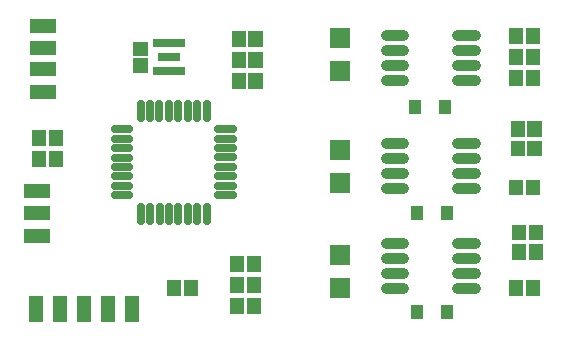
<source format=gbs>
G04 Layer: BottomSolderMaskLayer*
G04 EasyEDA v6.2.44, 2019-10-11T09:46:47+02:00*
G04 b694c453db3c4fbcb19a449f5af86211,674c0623d3a246009f606e19fc16e94a,10*
G04 Gerber Generator version 0.2*
G04 Scale: 100 percent, Rotated: No, Reflected: No *
G04 Dimensions in millimeters *
G04 leading zeros omitted , absolute positions ,4 integer and 3 decimal *
%FSLAX43Y43*%
%MOMM*%
G90*
G71D02*

%ADD50R,1.803400X1.803400*%
%ADD55C,0.653212*%
%ADD56C,0.903199*%

%LPD*%
G54D55*
G01X8874Y16891D02*
G01X10074Y16891D01*
G01X8874Y16090D02*
G01X10074Y16090D01*
G01X8874Y15290D02*
G01X10074Y15290D01*
G01X8874Y14490D02*
G01X10074Y14490D01*
G01X8874Y13693D02*
G01X10074Y13693D01*
G01X8874Y12893D02*
G01X10074Y12893D01*
G01X8874Y12092D02*
G01X10074Y12092D01*
G01X8874Y11292D02*
G01X10074Y11292D01*
G01X11049Y10328D02*
G01X11049Y9128D01*
G01X11849Y10328D02*
G01X11849Y9128D01*
G01X12649Y10328D02*
G01X12649Y9128D01*
G01X13449Y10328D02*
G01X13449Y9128D01*
G01X14246Y10328D02*
G01X14246Y9128D01*
G01X15046Y10328D02*
G01X15046Y9128D01*
G01X15847Y10328D02*
G01X15847Y9128D01*
G01X16647Y10328D02*
G01X16647Y9128D01*
G01X17637Y11303D02*
G01X18837Y11303D01*
G01X17637Y12103D02*
G01X18837Y12103D01*
G01X17637Y12903D02*
G01X18837Y12903D01*
G01X17637Y13703D02*
G01X18837Y13703D01*
G01X17637Y14500D02*
G01X18837Y14500D01*
G01X17637Y15300D02*
G01X18837Y15300D01*
G01X17637Y16101D02*
G01X18837Y16101D01*
G01X17637Y16901D02*
G01X18837Y16901D01*
G01X16637Y19065D02*
G01X16637Y17865D01*
G01X15836Y19065D02*
G01X15836Y17865D01*
G01X15036Y19065D02*
G01X15036Y17865D01*
G01X14236Y19065D02*
G01X14236Y17865D01*
G01X13439Y19065D02*
G01X13439Y17865D01*
G01X12639Y19065D02*
G01X12639Y17865D01*
G01X11838Y19065D02*
G01X11838Y17865D01*
G01X11038Y19065D02*
G01X11038Y17865D01*
G54D56*
G01X31787Y3429D02*
G01X33287Y3429D01*
G01X31787Y4699D02*
G01X33287Y4699D01*
G01X31787Y5969D02*
G01X33287Y5969D01*
G01X31787Y7239D02*
G01X33287Y7239D01*
G01X37832Y3429D02*
G01X39332Y3429D01*
G01X37832Y4699D02*
G01X39332Y4699D01*
G01X37832Y5969D02*
G01X39332Y5969D01*
G01X37832Y7239D02*
G01X39332Y7239D01*
G01X31787Y21082D02*
G01X33287Y21082D01*
G01X31787Y22352D02*
G01X33287Y22352D01*
G01X31787Y23622D02*
G01X33287Y23622D01*
G01X31787Y24892D02*
G01X33287Y24892D01*
G01X37832Y21082D02*
G01X39332Y21082D01*
G01X37832Y22352D02*
G01X39332Y22352D01*
G01X37832Y23622D02*
G01X39332Y23622D01*
G01X37832Y24892D02*
G01X39332Y24892D01*
G01X31787Y11938D02*
G01X33287Y11938D01*
G01X31787Y13208D02*
G01X33287Y13208D01*
G01X31787Y14478D02*
G01X33287Y14478D01*
G01X31787Y15748D02*
G01X33287Y15748D01*
G01X37832Y11938D02*
G01X39332Y11938D01*
G01X37832Y13208D02*
G01X39332Y13208D01*
G01X37832Y14478D02*
G01X39332Y14478D01*
G01X37832Y15748D02*
G01X39332Y15748D01*
G36*
G01X12110Y21437D02*
G01X12110Y22138D01*
G01X14813Y22138D01*
G01X14813Y21437D01*
G01X12110Y21437D01*
G37*
G36*
G01X12560Y22636D02*
G01X12560Y23337D01*
G01X14363Y23337D01*
G01X14363Y22636D01*
G01X12560Y22636D01*
G37*
G36*
G01X12110Y23835D02*
G01X12110Y24536D01*
G01X14813Y24536D01*
G01X14813Y23835D01*
G01X12110Y23835D01*
G37*
G36*
G01X43660Y2776D02*
G01X43660Y4081D01*
G01X44861Y4081D01*
G01X44861Y2776D01*
G01X43660Y2776D01*
G37*
G36*
G01X42260Y2776D02*
G01X42260Y4081D01*
G01X43461Y4081D01*
G01X43461Y2776D01*
G01X42260Y2776D01*
G37*
G36*
G01X43914Y7475D02*
G01X43914Y8780D01*
G01X45115Y8780D01*
G01X45115Y7475D01*
G01X43914Y7475D01*
G37*
G36*
G01X42514Y7475D02*
G01X42514Y8780D01*
G01X43715Y8780D01*
G01X43715Y7475D01*
G01X42514Y7475D01*
G37*
G36*
G01X43914Y5824D02*
G01X43914Y7129D01*
G01X45115Y7129D01*
G01X45115Y5824D01*
G01X43914Y5824D01*
G37*
G36*
G01X42514Y5824D02*
G01X42514Y7129D01*
G01X43715Y7129D01*
G01X43715Y5824D01*
G01X42514Y5824D01*
G37*
G36*
G01X33916Y795D02*
G01X33916Y1998D01*
G01X34919Y1998D01*
G01X34919Y795D01*
G01X33916Y795D01*
G37*
G36*
G01X36456Y795D02*
G01X36456Y1998D01*
G01X37459Y1998D01*
G01X37459Y795D01*
G01X36456Y795D01*
G37*
G54D50*
G01X27940Y6223D03*
G01X27940Y3423D03*
G36*
G01X20038Y4808D02*
G01X20038Y6113D01*
G01X21239Y6113D01*
G01X21239Y4808D01*
G01X20038Y4808D01*
G37*
G36*
G01X18638Y4808D02*
G01X18638Y6113D01*
G01X19839Y6113D01*
G01X19839Y4808D01*
G01X18638Y4808D01*
G37*
G36*
G01X20038Y3030D02*
G01X20038Y4335D01*
G01X21239Y4335D01*
G01X21239Y3030D01*
G01X20038Y3030D01*
G37*
G36*
G01X18638Y3030D02*
G01X18638Y4335D01*
G01X19839Y4335D01*
G01X19839Y3030D01*
G01X18638Y3030D01*
G37*
G36*
G01X20165Y20302D02*
G01X20165Y21607D01*
G01X21366Y21607D01*
G01X21366Y20302D01*
G01X20165Y20302D01*
G37*
G36*
G01X18765Y20302D02*
G01X18765Y21607D01*
G01X19966Y21607D01*
G01X19966Y20302D01*
G01X18765Y20302D01*
G37*
G36*
G01X20165Y22080D02*
G01X20165Y23385D01*
G01X21366Y23385D01*
G01X21366Y22080D01*
G01X20165Y22080D01*
G37*
G36*
G01X18765Y22080D02*
G01X18765Y23385D01*
G01X19966Y23385D01*
G01X19966Y22080D01*
G01X18765Y22080D01*
G37*
G36*
G01X18638Y1252D02*
G01X18638Y2557D01*
G01X19839Y2557D01*
G01X19839Y1252D01*
G01X18638Y1252D01*
G37*
G36*
G01X20038Y1252D02*
G01X20038Y2557D01*
G01X21239Y2557D01*
G01X21239Y1252D01*
G01X20038Y1252D01*
G37*
G36*
G01X18765Y23858D02*
G01X18765Y25163D01*
G01X19966Y25163D01*
G01X19966Y23858D01*
G01X18765Y23858D01*
G37*
G36*
G01X20165Y23858D02*
G01X20165Y25163D01*
G01X21366Y25163D01*
G01X21366Y23858D01*
G01X20165Y23858D01*
G37*
G36*
G01X14704Y2776D02*
G01X14704Y4081D01*
G01X15905Y4081D01*
G01X15905Y2776D01*
G01X14704Y2776D01*
G37*
G36*
G01X13304Y2776D02*
G01X13304Y4081D01*
G01X14505Y4081D01*
G01X14505Y2776D01*
G01X13304Y2776D01*
G37*
G36*
G01X1874Y13698D02*
G01X1874Y15003D01*
G01X3075Y15003D01*
G01X3075Y13698D01*
G01X1874Y13698D01*
G37*
G36*
G01X3274Y13698D02*
G01X3274Y15003D01*
G01X4475Y15003D01*
G01X4475Y13698D01*
G01X3274Y13698D01*
G37*
G36*
G01X43660Y20556D02*
G01X43660Y21861D01*
G01X44861Y21861D01*
G01X44861Y20556D01*
G01X43660Y20556D01*
G37*
G36*
G01X42260Y20556D02*
G01X42260Y21861D01*
G01X43461Y21861D01*
G01X43461Y20556D01*
G01X42260Y20556D01*
G37*
G36*
G01X43660Y24112D02*
G01X43660Y25417D01*
G01X44861Y25417D01*
G01X44861Y24112D01*
G01X43660Y24112D01*
G37*
G36*
G01X42260Y24112D02*
G01X42260Y25417D01*
G01X43461Y25417D01*
G01X43461Y24112D01*
G01X42260Y24112D01*
G37*
G36*
G01X43660Y22334D02*
G01X43660Y23639D01*
G01X44861Y23639D01*
G01X44861Y22334D01*
G01X43660Y22334D01*
G37*
G36*
G01X42260Y22334D02*
G01X42260Y23639D01*
G01X43461Y23639D01*
G01X43461Y22334D01*
G01X42260Y22334D01*
G37*
G36*
G01X33789Y18194D02*
G01X33789Y19397D01*
G01X34792Y19397D01*
G01X34792Y18194D01*
G01X33789Y18194D01*
G37*
G36*
G01X36329Y18194D02*
G01X36329Y19397D01*
G01X37332Y19397D01*
G01X37332Y18194D01*
G01X36329Y18194D01*
G37*
G01X27940Y24638D03*
G01X27940Y21838D03*
G36*
G01X43660Y11285D02*
G01X43660Y12590D01*
G01X44861Y12590D01*
G01X44861Y11285D01*
G01X43660Y11285D01*
G37*
G36*
G01X42260Y11285D02*
G01X42260Y12590D01*
G01X43461Y12590D01*
G01X43461Y11285D01*
G01X42260Y11285D01*
G37*
G36*
G01X43787Y16238D02*
G01X43787Y17543D01*
G01X44988Y17543D01*
G01X44988Y16238D01*
G01X43787Y16238D01*
G37*
G36*
G01X42387Y16238D02*
G01X42387Y17543D01*
G01X43588Y17543D01*
G01X43588Y16238D01*
G01X42387Y16238D01*
G37*
G36*
G01X43787Y14587D02*
G01X43787Y15892D01*
G01X44988Y15892D01*
G01X44988Y14587D01*
G01X43787Y14587D01*
G37*
G36*
G01X42387Y14587D02*
G01X42387Y15892D01*
G01X43588Y15892D01*
G01X43588Y14587D01*
G01X42387Y14587D01*
G37*
G36*
G01X33916Y9177D02*
G01X33916Y10380D01*
G01X34919Y10380D01*
G01X34919Y9177D01*
G01X33916Y9177D01*
G37*
G36*
G01X36456Y9177D02*
G01X36456Y10380D01*
G01X37459Y10380D01*
G01X37459Y9177D01*
G01X36456Y9177D01*
G37*
G01X27940Y15113D03*
G01X27940Y12313D03*
G36*
G01X1874Y15476D02*
G01X1874Y16781D01*
G01X3075Y16781D01*
G01X3075Y15476D01*
G01X1874Y15476D01*
G37*
G36*
G01X3274Y15476D02*
G01X3274Y16781D01*
G01X4475Y16781D01*
G01X4475Y15476D01*
G01X3274Y15476D01*
G37*
G36*
G01X10396Y23086D02*
G01X10396Y24287D01*
G01X11701Y24287D01*
G01X11701Y23086D01*
G01X10396Y23086D01*
G37*
G36*
G01X10396Y21686D02*
G01X10396Y22887D01*
G01X11701Y22887D01*
G01X11701Y21686D01*
G01X10396Y21686D01*
G37*
G36*
G01X1183Y11082D02*
G01X1183Y12285D01*
G01X3388Y12285D01*
G01X3388Y11082D01*
G01X1183Y11082D01*
G37*
G36*
G01X1183Y7272D02*
G01X1183Y8475D01*
G01X3388Y8475D01*
G01X3388Y7272D01*
G01X1183Y7272D01*
G37*
G36*
G01X1183Y9177D02*
G01X1183Y10380D01*
G01X3388Y10380D01*
G01X3388Y9177D01*
G01X1183Y9177D01*
G37*
G36*
G01X1557Y548D02*
G01X1557Y2753D01*
G01X2760Y2753D01*
G01X2760Y548D01*
G01X1557Y548D01*
G37*
G36*
G01X3589Y548D02*
G01X3589Y2753D01*
G01X4792Y2753D01*
G01X4792Y548D01*
G01X3589Y548D01*
G37*
G36*
G01X5621Y548D02*
G01X5621Y2753D01*
G01X6824Y2753D01*
G01X6824Y548D01*
G01X5621Y548D01*
G37*
G36*
G01X7653Y548D02*
G01X7653Y2753D01*
G01X8856Y2753D01*
G01X8856Y548D01*
G01X7653Y548D01*
G37*
G36*
G01X9685Y548D02*
G01X9685Y2753D01*
G01X10888Y2753D01*
G01X10888Y548D01*
G01X9685Y548D01*
G37*
G36*
G01X1691Y19464D02*
G01X1691Y20667D01*
G01X3896Y20667D01*
G01X3896Y19464D01*
G01X1691Y19464D01*
G37*
G36*
G01X1691Y25052D02*
G01X1691Y26255D01*
G01X3896Y26255D01*
G01X3896Y25052D01*
G01X1691Y25052D01*
G37*
G36*
G01X1691Y23147D02*
G01X1691Y24350D01*
G01X3896Y24350D01*
G01X3896Y23147D01*
G01X1691Y23147D01*
G37*
G36*
G01X1691Y21369D02*
G01X1691Y22572D01*
G01X3896Y22572D01*
G01X3896Y21369D01*
G01X1691Y21369D01*
G37*
M00*
M02*

</source>
